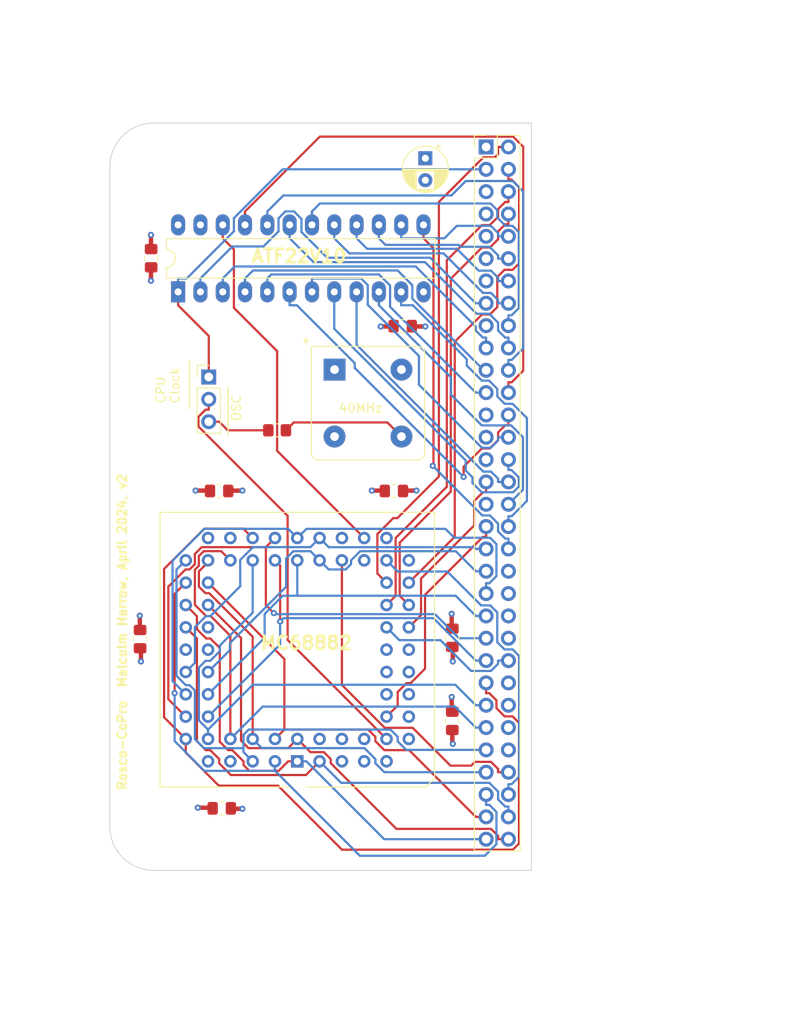
<source format=kicad_pcb>
(kicad_pcb (version 20240108) (generator "pcbnew") (generator_version "8.0")
  (layers (0 "F.Cu" signal) (1 "In1.Cu" power) (2 "In2.Cu" power) (31 "B.Cu" signal) (34 "B.Paste" user) (35 "F.Paste" user) (36 "B.SilkS" user "B.Silkscreen") (37 "F.SilkS" user "F.Silkscreen") (38 "B.Mask" user) (39 "F.Mask" user) (44 "Edge.Cuts" user))
  (net 0 "")
  (net 1 "+5V")
  (net 2 "GND")
  (net 3 "EXPSEL")
  (net 4 "A20")
  (net 5 "A21")
  (net 6 "A22")
  (net 7 "A23")
  (net 8 "A19")
  (net 9 "A17")
  (net 10 "A15")
  (net 11 "A13")
  (net 12 "A8")
  (net 13 "A7")
  (net 14 "A6")
  (net 15 "A5")
  (net 16 "A4")
  (net 17 "A3")
  (net 18 "A2")
  (net 19 "A1")
  (net 20 "D0")
  (net 21 "D1")
  (net 22 "D5")
  (net 23 "D6")
  (net 24 "D7")
  (net 25 "A11")
  (net 26 "A12")
  (net 27 "A10")
  (net 28 "A9")
  (net 29 "A14")
  (net 30 "A18")
  (net 31 "A16")
  (net 32 "D8")
  (net 33 "D9")
  (net 34 "D10")
  (net 35 "D11")
  (net 36 "D12")
  (net 37 "D13")
  (net 38 "D14")
  (net 39 "D15")
  (net 40 "RW")
  (net 41 "Net-(IC1-CLK)")
  (net 42 "DS")
  (net 43 "CS")
  (net 45 "CPUCLK")
  (net 46 "Net-(J1-Pin_3)")
  (net 47 "Net-(X1-OUT)")
  (net 49 "BERR")
  (net 50 "IPL0")
  (net 51 "UDS")
  (net 52 "BR")
  (net 53 "BGACK")
  (net 54 "AS")
  (net 55 "LDS")
  (net 56 "CPUFC2")
  (net 57 "IPL2")
  (net 58 "VPA")
  (net 59 "VMA")
  (net 60 "CPUFC0")
  (net 61 "CPUFC1")
  (net 62 "RESET")
  (net 63 "MFPIEO")
  (net 64 "IOSEL")
  (net 65 "DTACK")
  (net 66 "IPL1")
  (net 67 "BG")
  (net 68 "E")
  (net 69 "D3")
  (net 70 "D4")
  (net 71 "D2")
  (footprint "Capacitor_SMD:C_0805_2012Metric_Pad1.18x1.45mm_HandSolder" (layer "F.Cu") (at 51.45 98.85)
    (property "Reference" "C3" (hide yes))
    (property "Value" "100nF")
  )
  (footprint "Connector_PinHeader_2.54mm:PinHeader_1x03_P2.54mm_Vertical" (layer "F.Cu") (at 50.27 85.8833)
    (property "Reference" "J1" (hide yes))
    (property "Value" "Conn_01x03")
  )
  (footprint "Resistor_SMD:R_0805_2012Metric_Pad1.20x1.40mm_HandSolder" (layer "F.Cu") (at 58.055 91.948 180)
    (property "Reference" "R1" (hide yes))
    (property "Value" "33")
  )
  (footprint "Capacitor_SMD:C_0805_2012Metric_Pad1.18x1.45mm_HandSolder" (layer "F.Cu") (at 51.75 134.95)
    (property "Reference" "C5" (hide yes))
    (property "Value" "100nF")
  )
  (footprint "Capacitor_SMD:C_0805_2012Metric_Pad1.18x1.45mm_HandSolder" (layer "F.Cu") (at 71.35 98.85)
    (property "Reference" "C2" (hide yes))
    (property "Value" "100nF")
  )
  (footprint "Capacitor_SMD:C_0805_2012Metric_Pad1.18x1.45mm_HandSolder" (layer "F.Cu") (at 42.45 115.7 90)
    (property "Reference" "C6" (hide yes))
    (property "Value" "100nF")
  )
  (footprint "Package_DIP:DIP-24_W7.62mm_LongPads" (layer "F.Cu") (at 46.78 76.2 90)
    (property "Reference" "IC2" (hide yes))
    (property "Value" "ATF22V10")
  )
  (footprint "Capacitor_SMD:C_0805_2012Metric_Pad1.18x1.45mm_HandSolder" (layer "F.Cu") (at 78 115.5485 90)
    (property "Reference" "C7" (hide yes))
    (property "Value" "100nF")
  )
  (footprint "Package_LCC:PLCC-68_THT-Socket" (layer "F.Cu") (at 60.35 129.6 180)
    (property "Reference" "IC1" (hide yes))
    (property "Value" "MC68882FN40A")
  )
  (footprint "Capacitor_THT:CP_Radial_D5.0mm_P2.50mm" (layer "F.Cu") (at 74.93 61 -90)
    (property "Reference" "C9" (hide yes))
    (property "Value" "100uF")
  )
  (footprint "Capacitor_SMD:C_0805_2012Metric_Pad1.18x1.45mm_HandSolder" (layer "F.Cu") (at 78 125 90)
    (property "Reference" "C4" (hide yes))
    (property "Value" "100nF")
  )
  (footprint "Capacitor_SMD:C_0805_2012Metric_Pad1.18x1.45mm_HandSolder" (layer "F.Cu") (at 72.35 80.1 180)
    (property "Reference" "C1" (hide yes))
    (property "Value" "100nF")
  )
  (footprint "Connector_PinHeader_2.54mm:PinHeader_2x32_P2.54mm_Vertical" (layer "F.Cu") (at 81.85 59.72)
    (property "Reference" "BUS1" (hide yes))
    (property "Value" "Conn_02x32_Odd_Even")
  )
  (footprint "Capacitor_SMD:C_0805_2012Metric_Pad1.18x1.45mm_HandSolder" (layer "F.Cu") (at 43.71 72.37 -90)
    (property "Reference" "C10" (hide yes))
    (property "Value" "100nF")
  )
  (footprint "Oscillator:Oscillator_DIP-8_LargePads" (layer "F.Cu") (at 64.59 85.04 -90)
    (property "Reference" "X1" (hide yes))
    (property "Value" "CXO_DIP8_40M")
  )
  (gr_line (start 52.47 87.0833) (end 52.47 92.4833) (stroke (width 0.15)) (layer "F.SilkS"))
  (gr_line (start 48.07 84.0833) (end 48.07 89.4833) (stroke (width 0.15)) (layer "F.SilkS"))
  (gr_line (start 39 137) (end 39 62) (stroke (width 0.1)) (layer "Edge.Cuts"))
  (gr_arc (start 44 142) (mid 40.464466 140.535534) (end 39 137) (stroke (width 0.1)) (layer "Edge.Cuts"))
  (gr_arc (start 39 62) (mid 40.464466 58.464466) (end 44 57) (stroke (width 0.1)) (layer "Edge.Cuts"))
  (gr_line (start 44 57) (end 87 57) (stroke (width 0.1)) (layer "Edge.Cuts"))
  (gr_line (start 44 142) (end 87 142) (stroke (width 0.1)) (layer "Edge.Cuts"))
  (gr_line (start 87 142) (end 87 57) (stroke (width 0.1)) (layer "Edge.Cuts"))
  (gr_text "Rosco-CoPro  Malcolm Harrow, April 2024, v2" (at 41 133 90) (layer "F.SilkS") (effects (font (size 1 1) (thickness 0.25) (bold yes)) (justify left bottom)))
  (gr_text "CPU\nClock" (at 47 89 90) (layer "F.SilkS") (effects (font (size 1 1)) (justify left bottom)))
  (gr_text "MC68882" (at 56 117 0) (layer "F.SilkS") (effects (font (size 1.5 1.5) (thickness 0.3) (bold yes)) (justify left bottom)))
  (gr_text "40MHz" (at 65 90 0) (layer "F.SilkS") (effects (font (size 1 1)) (justify left bottom)))
  (gr_text "OSC" (at 54 91 90) (layer "F.SilkS") (effects (font (size 1 1)) (justify left bottom)))
  (gr_text "ATF22V10" (at 55 73 0) (layer "F.SilkS") (effects (font (size 1.5 1.5) (thickness 0.3) (bold yes)) (justify left bottom)))
  (gr_text "*" (at 60.833 82.677 0) (layer "F.SilkS") (effects (font (size 1 1)) (justify left bottom)))
  (segment (start 78.055 118.237) (end 78.055 116.641) (width 0.5) (layer "F.Cu") (net 1))
  (segment (start 42.545 118.237) (end 42.545 116.832) (width 0.5) (layer "F.Cu") (net 1))
  (segment (start 78.055 116.641) (end 78 116.586) (width 0.5) (layer "F.Cu") (net 1))
  (segment (start 78 126.038) (end 78 126.0375) (width 0.5) (layer "F.Cu") (net 1))
  (segment (start 42.4975 116.785) (end 42.45 116.7375) (width 0.5) (layer "F.Cu") (net 1))
  (segment (start 78 126.038) (end 78 127.558) (width 0.5) (layer "F.Cu") (net 1))
  (segment (start 43.688 69.723) (end 43.688 71.3105) (width 0.5) (layer "F.Cu") (net 1))
  (segment (start 49.022 134.874) (end 50.6365 134.874) (width 0.5) (layer "F.Cu") (net 1))
  (segment (start 42.545 116.832) (end 42.4975 116.785) (width 0.5) (layer "F.Cu") (net 1))
  (segment (start 73.4245 80.137) (end 73.3875 80.1) (width 0.5) (layer "F.Cu") (net 1))
  (segment (start 42.4975 116.785) (end 42.45 116.738) (width 0.5) (layer "F.Cu") (net 1))
  (segment (start 43.688 71.3105) (end 43.71 71.3325) (width 0.5) (layer "F.Cu") (net 1))
  (segment (start 68.834 98.806) (end 70.2685 98.806) (width 0.5) (layer "F.Cu") (net 1))
  (segment (start 74.93 80.137) (end 73.4245 80.137) (width 0.5) (layer "F.Cu") (net 1))
  (segment (start 50.3685 98.806) (end 50.4125 98.85) (width 0.5) (layer "F.Cu") (net 1))
  (segment (start 78 127.558) (end 78.055 127.613) (width 0.5) (layer "F.Cu") (net 1))
  (segment (start 70.2685 98.806) (end 70.3125 98.85) (width 0.5) (layer "F.Cu") (net 1))
  (segment (start 48.768 98.806) (end 50.3685 98.806) (width 0.5) (layer "F.Cu") (net 1))
  (segment (start 50.6365 134.874) (end 50.7125 134.95) (width 0.5) (layer "F.Cu") (net 1))
  (via (at 48.768 98.806) (size 0.7) (drill 0.3) (layers "F.Cu" "B.Cu") (net 1))
  (via (at 42.545 118.237) (size 0.7) (drill 0.3) (layers "F.Cu" "B.Cu") (net 1))
  (via (at 74.93 80.137) (size 0.7) (drill 0.3) (layers "F.Cu" "B.Cu") (net 1))
  (via (at 78.055 127.613) (size 0.7) (drill 0.3) (layers "F.Cu" "B.Cu") (net 1))
  (via (at 68.834 98.806) (size 0.7) (drill 0.3) (layers "F.Cu" "B.Cu") (net 1))
  (via (at 78.055 118.237) (size 0.7) (drill 0.3) (layers "F.Cu" "B.Cu") (net 1))
  (via (at 43.688 69.723) (size 0.7) (drill 0.3) (layers "F.Cu" "B.Cu") (net 1))
  (via (at 49.022 134.874) (size 0.7) (drill 0.3) (layers "F.Cu" "B.Cu") (net 1))
  (segment (start 69.85 80.137) (end 71.2755 80.137) (width 0.5) (layer "F.Cu") (net 2))
  (segment (start 42.45 114.662) (end 42.45 114.6625) (width 0.5) (layer "F.Cu") (net 2))
  (segment (start 52.8385 135.001) (end 52.7875 134.95) (width 0.5) (layer "F.Cu") (net 2))
  (segment (start 77.928 112.82) (end 77.928 114.439) (width 0.5) (layer "F.Cu") (net 2))
  (segment (start 71.2755 80.137) (end 71.3125 80.1) (width 0.5) (layer "F.Cu") (net 2))
  (segment (start 52.5315 98.806) (end 52.4875 98.85) (width 0.5) (layer "F.Cu") (net 2))
  (segment (start 77.928 123.89) (end 78 123.962) (width 0.5) (layer "F.Cu") (net 2))
  (segment (start 43.688 74.93) (end 43.688 73.4295) (width 0.5) (layer "F.Cu") (net 2))
  (segment (start 72.4315 98.806) (end 72.3875 98.85) (width 0.5) (layer "F.Cu") (net 2))
  (segment (start 78 123.962) (end 78 123.9625) (width 0.5) (layer "F.Cu") (net 2))
  (segment (start 42.418 114.63) (end 42.45 114.662) (width 0.5) (layer "F.Cu") (net 2))
  (segment (start 77.928 122.279) (end 77.928 123.89) (width 0.5) (layer "F.Cu") (net 2))
  (segment (start 43.688 73.4295) (end 43.71 73.4075) (width 0.5) (layer "F.Cu") (net 2))
  (segment (start 54.102 98.806) (end 52.5315 98.806) (width 0.5) (layer "F.Cu") (net 2))
  (segment (start 73.914 98.806) (end 72.4315 98.806) (width 0.5) (layer "F.Cu") (net 2))
  (segment (start 54.102 135.001) (end 52.8385 135.001) (width 0.5) (layer "F.Cu") (net 2))
  (segment (start 42.418 113.03) (end 42.418 114.63) (width 0.5) (layer "F.Cu") (net 2))
  (segment (start 78 122.207) (end 77.928 122.279) (width 0.5) (layer "F.Cu") (net 2))
  (segment (start 77.928 114.439) (end 78 114.511) (width 0.5) (layer "F.Cu") (net 2))
  (via (at 77.928 112.82) (size 0.7) (drill 0.3) (layers "F.Cu" "B.Cu") (net 2))
  (via (at 73.914 98.806) (size 0.7) (drill 0.3) (layers "F.Cu" "B.Cu") (net 2))
  (via (at 54.102 135.001) (size 0.7) (drill 0.3) (layers "F.Cu" "B.Cu") (net 2))
  (via (at 42.418 113.03) (size 0.7) (drill 0.3) (layers "F.Cu" "B.Cu") (net 2))
  (via (at 54.102 98.806) (size 0.7) (drill 0.3) (layers "F.Cu" "B.Cu") (net 2))
  (via (at 43.688 74.93) (size 0.7) (drill 0.3) (layers "F.Cu" "B.Cu") (net 2))
  (via (at 69.85 80.137) (size 0.7) (drill 0.3) (layers "F.Cu" "B.Cu") (net 2))
  (via (at 77.928 122.279) (size 0.7) (drill 0.3) (layers "F.Cu" "B.Cu") (net 2))
  (segment (start 75.8562 71.2429) (end 75.8562 95.9055) (width 0.25) (layer "F.Cu") (net 8))
  (segment (start 74.72 70.1067) (end 75.8562 71.2429) (width 0.25) (layer "F.Cu") (net 8))
  (segment (start 75.8562 95.9055) (end 75.7719 95.9898) (width 0.25) (layer "F.Cu") (net 8))
  (segment (start 74.72 68.58) (end 74.72 70.1067) (width 0.25) (layer "F.Cu") (net 8))
  (via (at 75.7719 95.9898) (size 0.7) (drill 0.3) (layers "F.Cu" "B.Cu") (net 8))
  (segment (start 83.2133 103.4544) (end 83.2133 102.5625) (width 0.25) (layer "B.Cu") (net 8))
  (segment (start 83.2133 102.5625) (end 82.2808 101.63) (width 0.25) (layer "B.Cu") (net 8))
  (segment (start 82.2808 101.63) (end 81.4121 101.63) (width 0.25) (layer "B.Cu") (net 8))
  (segment (start 84.39 104.2633) (end 84.0222 104.2633) (width 0.25) (layer "B.Cu") (net 8))
  (segment (start 81.4121 101.63) (end 75.7719 95.9898) (width 0.25) (layer "B.Cu") (net 8))
  (segment (start 84.0222 104.2633) (end 83.2133 103.4544) (width 0.25) (layer "B.Cu") (net 8))
  (segment (start 84.39 105.44) (end 84.39 104.2633) (width 0.25) (layer "B.Cu") (net 8))
  (segment (start 86.0427 92.7285) (end 84.7048 91.3906) (width 0.25) (layer "B.Cu") (net 9))
  (segment (start 69.64 76.2) (end 69.64 77.7267) (width 0.25) (layer "B.Cu") (net 9))
  (segment (start 81.3485 91.3906) (end 77.8521 87.8942) (width 0.25) (layer "B.Cu") (net 9))
  (segment (start 84.39 100.36) (end 86.0427 98.7073) (width 0.25) (layer "B.Cu") (net 9))
  (segment (start 86.0427 98.7073) (end 86.0427 92.7285) (width 0.25) (layer "B.Cu") (net 9))
  (segment (start 77.8521 87.8942) (end 77.8521 85.9388) (width 0.25) (layer "B.Cu") (net 9))
  (segment (start 84.7048 91.3906) (end 81.3485 91.3906) (width 0.25) (layer "B.Cu") (net 9))
  (segment (start 77.8521 85.9388) (end 69.64 77.7267) (width 0.25) (layer "B.Cu") (net 9))
  (segment (start 79.5251 96.5289) (end 79.525 96.5289) (width 0.25) (layer "B.Cu") (net 10))
  (segment (start 79.525 96.5289) (end 79.525 95.3746) (width 0.25) (layer "B.Cu") (net 10))
  (segment (start 85.5783 98.348) (end 84.9291 98.9972) (width 0.25) (layer "B.Cu") (net 10))
  (segment (start 84.39 95.28) (end 84.39 96.4567) (width 0.25) (layer "B.Cu") (net 10))
  (segment (start 84.7279 96.4567) (end 85.5783 97.3071) (width 0.25) (layer "B.Cu") (net 10))
  (segment (start 84.9291 98.9972) (end 81.3583 98.9972) (width 0.25) (layer "B.Cu") (net 10))
  (segment (start 80.2943 97.9332) (end 80.2943 97.2981) (width 0.25) (layer "B.Cu") (net 10))
  (segment (start 84.39 96.4567) (end 84.7279 96.4567) (width 0.25) (layer "B.Cu") (net 10))
  (segment (start 64.56 76.2) (end 64.56 77.7267) (width 0.25) (layer "B.Cu") (net 10))
  (segment (start 64.56 80.4096) (end 64.56 77.7267) (width 0.25) (layer "B.Cu") (net 10))
  (segment (start 85.5783 97.3071) (end 85.5783 98.348) (width 0.25) (layer "B.Cu") (net 10))
  (segment (start 79.525 95.3746) (end 64.56 80.4096) (width 0.25) (layer "B.Cu") (net 10))
  (segment (start 81.3583 98.9972) (end 80.2943 97.9332) (width 0.25) (layer "B.Cu") (net 10))
  (segment (start 80.2943 97.2981) (end 79.5251 96.5289) (width 0.25) (layer "B.Cu") (net 10))
  (segment (start 79.2876 97.2483) (end 79.2875 97.2483) (width 0.25) (layer "F.Cu") (net 11))
  (segment (start 84.0222 91.3767) (end 83.2133 92.1856) (width 0.25) (layer "F.Cu") (net 11))
  (segment (start 81.3678 94.01) (end 79.2876 96.0902) (width 0.25) (layer "F.Cu") (net 11))
  (segment (start 83.2133 93.0556) (end 82.2589 94.01) (width 0.25) (layer "F.Cu") (net 11))
  (segment (start 79.2876 96.0902) (end 79.2876 97.2483) (width 0.25) (layer "F.Cu") (net 11))
  (segment (start 84.39 90.2) (end 84.39 91.3767) (width 0.25) (layer "F.Cu") (net 11))
  (segment (start 82.2589 94.01) (end 81.3678 94.01) (width 0.25) (layer "F.Cu") (net 11))
  (segment (start 84.39 91.3767) (end 84.0222 91.3767) (width 0.25) (layer "F.Cu") (net 11))
  (segment (start 83.2133 92.1856) (end 83.2133 93.0556) (width 0.25) (layer "F.Cu") (net 11))
  (via (at 79.2875 97.2483) (size 0.7) (drill 0.3) (layers "F.Cu" "B.Cu") (net 11))
  (segment (start 66.8866 84.8474) (end 66.8866 84.3046) (width 0.25) (layer "B.Cu") (net 11))
  (segment (start 79.2875 97.2483) (end 66.8866 84.8474) (width 0.25) (layer "B.Cu") (net 11))
  (segment (start 59.48 76.2) (end 59.48 77.7267) (width 0.25) (layer "B.Cu") (net 11))
  (segment (start 60.3087 77.7267) (end 59.48 77.7267) (width 0.25) (layer "B.Cu") (net 11))
  (segment (start 66.8866 84.3046) (end 60.3087 77.7267) (width 0.25) (layer "B.Cu") (net 11))
  (segment (start 82.4044 76.3233) (end 81.4994 76.3233) (width 0.25) (layer "B.Cu") (net 12))
  (segment (start 64.56 68.58) (end 64.56 70.1067) (width 0.25) (layer "B.Cu") (net 12))
  (segment (start 81.4994 76.3233) (end 76.9962 71.8201) (width 0.25) (layer "B.Cu") (net 12))
  (segment (start 83.2133 77.1322) (end 82.4044 76.3233) (width 0.25) (layer "B.Cu") (net 12))
  (segment (start 84.39 77.5) (end 83.2133 77.5) (width 0.25) (layer "B.Cu") (net 12))
  (segment (start 76.9962 71.8201) (end 66.2734 71.8201) (width 0.25) (layer "B.Cu") (net 12))
  (segment (start 83.2133 77.5) (end 83.2133 77.1322) (width 0.25) (layer "B.Cu") (net 12))
  (segment (start 66.2734 71.8201) (end 64.56 70.1067) (width 0.25) (layer "B.Cu") (net 12))
  (segment (start 83.2133 74.5922) (end 82.4044 73.7833) (width 0.25) (layer "B.Cu") (net 13))
  (segment (start 82.4044 73.7833) (end 80.9982 73.7833) (width 0.25) (layer "B.Cu") (net 13))
  (segment (start 84.39 74.96) (end 83.2133 74.96) (width 0.25) (layer "B.Cu") (net 13))
  (segment (start 80.9982 73.7833) (end 78.5171 71.3022) (width 0.25) (layer "B.Cu") (net 13))
  (segment (start 68.2955 71.3022) (end 67.1 70.1067) (width 0.25) (layer "B.Cu") (net 13))
  (segment (start 67.1 68.58) (end 67.1 70.1067) (width 0.25) (layer "B.Cu") (net 13))
  (segment (start 83.2133 74.96) (end 83.2133 74.5922) (width 0.25) (layer "B.Cu") (net 13))
  (segment (start 78.5171 71.3022) (end 68.2955 71.3022) (width 0.25) (layer "B.Cu") (net 13))
  (segment (start 78.7042 70.8505) (end 70.3838 70.8505) (width 0.25) (layer "B.Cu") (net 14))
  (segment (start 78.9213 71.0676) (end 78.7042 70.8505) (width 0.25) (layer "B.Cu") (net 14))
  (segment (start 69.64 68.58) (end 69.64 70.1067) (width 0.25) (layer "B.Cu") (net 14))
  (segment (start 83.2133 72.42) (end 83.2133 72.0523) (width 0.25) (layer "B.Cu") (net 14))
  (segment (start 83.2133 72.0523) (end 82.2286 71.0676) (width 0.25) (layer "B.Cu") (net 14))
  (segment (start 82.2286 71.0676) (end 78.9213 71.0676) (width 0.25) (layer "B.Cu") (net 14))
  (segment (start 84.39 72.42) (end 83.2133 72.42) (width 0.25) (layer "B.Cu") (net 14))
  (segment (start 70.3838 70.8505) (end 69.64 70.1067) (width 0.25) (layer "B.Cu") (net 14))
  (segment (start 82.3904 68.6894) (end 78.5194 68.6894) (width 0.25) (layer "B.Cu") (net 15))
  (segment (start 78.5194 68.6894) (end 77.1021 70.1067) (width 0.25) (layer "B.Cu") (net 15))
  (segment (start 72.18 68.58) (end 72.18 70.1067) (width 0.25) (layer "B.Cu") (net 15))
  (segment (start 83.2133 69.88) (end 83.2133 69.5123) (width 0.25) (layer "B.Cu") (net 15))
  (segment (start 83.2133 69.5123) (end 82.3904 68.6894) (width 0.25) (layer "B.Cu") (net 15))
  (segment (start 84.39 69.88) (end 83.2133 69.88) (width 0.25) (layer "B.Cu") (net 15))
  (segment (start 77.1021 70.1067) (end 72.18 70.1067) (width 0.25) (layer "B.Cu") (net 15))
  (segment (start 82.2808 71.15) (end 83.2133 70.2175) (width 0.25) (layer "F.Cu") (net 16))
  (segment (start 77.826 98.9105) (end 77.826 74.7013) (width 0.25) (layer "F.Cu") (net 16))
  (segment (start 72.0082 104.7283) (end 77.826 98.9105) (width 0.25) (layer "F.Cu") (net 16))
  (segment (start 83.2133 69.3256) (end 84.0222 68.5167) (width 0.25) (layer "F.Cu") (net 16))
  (segment (start 77.826 74.7013) (end 81.3773 71.15) (width 0.25) (layer "F.Cu") (net 16))
  (segment (start 73.05 111.82) (end 72.0082 110.7782) (width 0.25) (layer "F.Cu") (net 16))
  (segment (start 83.2133 70.2175) (end 83.2133 69.3256) (width 0.25) (layer "F.Cu") (net 16))
  (segment (start 84.39 67.34) (end 84.39 68.5167) (width 0.25) (layer "F.Cu") (net 16))
  (segment (start 72.0082 110.7782) (end 72.0082 104.7283) (width 0.25) (layer "F.Cu") (net 16))
  (segment (start 84.0222 68.5167) (end 84.39 68.5167) (width 0.25) (layer "F.Cu") (net 16))
  (segment (start 81.3773 71.15) (end 82.2808 71.15) (width 0.25) (layer "F.Cu") (net 16))
  (segment (start 77.3743 72.606) (end 81.3703 68.61) (width 0.25) (layer "F.Cu") (net 17))
  (segment (start 81.3703 68.61) (end 82.2644 68.61) (width 0.25) (layer "F.Cu") (net 17))
  (segment (start 71.5479 110.7821) (end 71.5479 104.2043) (width 0.25) (layer "F.Cu") (net 17))
  (segment (start 70.51 111.82) (end 71.5479 110.7821) (width 0.25) (layer "F.Cu") (net 17))
  (segment (start 84.0222 65.9767) (end 84.39 65.9767) (width 0.25) (layer "F.Cu") (net 17))
  (segment (start 71.5479 104.2043) (end 77.3743 98.3779) (width 0.25) (layer "F.Cu") (net 17))
  (segment (start 82.2644 68.61) (end 83.2133 67.6611) (width 0.25) (layer "F.Cu") (net 17))
  (segment (start 83.2133 67.6611) (end 83.2133 66.7856) (width 0.25) (layer "F.Cu") (net 17))
  (segment (start 84.39 64.8) (end 84.39 65.9767) (width 0.25) (layer "F.Cu") (net 17))
  (segment (start 77.3743 98.3779) (end 77.3743 72.606) (width 0.25) (layer "F.Cu") (net 17))
  (segment (start 83.2133 66.7856) (end 84.0222 65.9767) (width 0.25) (layer "F.Cu") (net 17))
  (segment (start 83.12 74.5069) (end 83.9369 73.69) (width 0.25) (layer "F.Cu") (net 18))
  (segment (start 81.3774 78.77) (end 82.2808 78.77) (width 0.25) (layer "F.Cu") (net 18))
  (segment (start 82.2808 78.77) (end 83.12 77.9308) (width 0.25) (layer "F.Cu") (net 18))
  (segment (start 85.6045 64.2835) (end 84.7577 63.4367) (width 0.25) (layer "F.Cu") (net 18))
  (segment (start 85.6045 72.9507) (end 85.6045 64.2835) (width 0.25) (layer "F.Cu") (net 18))
  (segment (start 78.2777 81.8697) (end 81.3774 78.77) (width 0.25) (layer "F.Cu") (net 18))
  (segment (start 83.12 77.9308) (end 83.12 74.5069) (width 0.25) (layer "F.Cu") (net 18))
  (segment (start 84.7577 63.4367) (end 84.39 63.4367) (width 0.25) (layer "F.Cu") (net 18))
  (segment (start 83.9369 73.69) (end 84.8652 73.69) (width 0.25) (layer "F.Cu") (net 18))
  (segment (start 78.2777 104.0523) (end 78.2777 81.8697) (width 0.25) (layer "F.Cu") (net 18))
  (segment (start 73.05 109.28) (end 78.2777 104.0523) (width 0.25) (layer "F.Cu") (net 18))
  (segment (start 84.39 62.26) (end 84.39 63.4367) (width 0.25) (layer "F.Cu") (net 18))
  (segment (start 84.8652 73.69) (end 85.6045 72.9507) (width 0.25) (layer "F.Cu") (net 18))
  (segment (start 71.7404 101.9381) (end 76.4706 97.2079) (width 0.25) (layer "F.Cu") (net 19))
  (segment (start 82.8456 60.8967) (end 83.2133 60.529) (width 0.25) (layer "F.Cu") (net 19))
  (segment (start 69.4682 103.7446) (end 71.2747 101.9381) (width 0.25) (layer "F.Cu") (net 19))
  (segment (start 84.39 59.72) (end 83.2133 59.72) (width 0.25) (layer "F.Cu") (net 19))
  (segment (start 71.2747 101.9381) (end 71.7404 101.9381) (width 0.25) (layer "F.Cu") (net 19))
  (segment (start 69.4682 108.2382) (end 69.4682 103.7446) (width 0.25) (layer "F.Cu") (net 19))
  (segment (start 70.51 109.28) (end 69.4682 108.2382) (width 0.25) (layer "F.Cu") (net 19))
  (segment (start 76.4706 65.9725) (end 81.5464 60.8967) (width 0.25) (layer "F.Cu") (net 19))
  (segment (start 76.4706 97.2079) (end 76.4706 65.9725) (width 0.25) (layer "F.Cu") (net 19))
  (segment (start 81.5464 60.8967) (end 82.8456 60.8967) (width 0.25) (layer "F.Cu") (net 19))
  (segment (start 83.2133 60.529) (end 83.2133 59.72) (width 0.25) (layer "F.Cu") (net 19))
  (segment (start 47.65 114.36) (end 48.92 115.63) (width 0.25) (layer "F.Cu") (net 20))
  (segment (start 48.92 127.3103) (end 49.9397 128.33) (width 0.25) (layer "F.Cu") (net 20))
  (segment (start 61.3297 131.1603) (end 62.89 129.6) (width 0.25) (layer "F.Cu") (net 20))
  (segment (start 50.4404 128.33) (end 51.46 129.3496) (width 0.25) (layer "F.Cu") (net 20))
  (segment (start 52.7881 131.1603) (end 61.3297 131.1603) (width 0.25) (layer "F.Cu") (net 20))
  (segment (start 48.92 115.63) (end 48.92 127.3103) (width 0.25) (layer "F.Cu") (net 20))
  (segment (start 51.46 129.3496) (end 51.46 129.8322) (width 0.25) (layer "F.Cu") (net 20))
  (segment (start 51.46 129.8322) (end 52.7881 131.1603) (width 0.25) (layer "F.Cu") (net 20))
  (segment (start 49.9397 128.33) (end 50.4404 128.33) (width 0.25) (layer "F.Cu") (net 20))
  (segment (start 83.2133 133.0425) (end 82.2186 132.0478) (width 0.25) (layer "B.Cu") (net 20))
  (segment (start 82.2186 132.0478) (end 65.3378 132.0478) (width 0.25) (layer "B.Cu") (net 20))
  (segment (start 83.2133 133.9344) (end 83.2133 133.0425) (width 0.25) (layer "B.Cu") (net 20))
  (segment (start 65.3378 132.0478) (end 62.89 129.6) (width 0.25) (layer "B.Cu") (net 20))
  (segment (start 84.39 134.7433) (end 84.0222 134.7433) (width 0.25) (layer "B.Cu") (net 20))
  (segment (start 84.39 135.92) (end 84.39 134.7433) (width 0.25) (layer "B.Cu") (net 20))
  (segment (start 84.0222 134.7433) (end 83.2133 133.9344) (width 0.25) (layer "B.Cu") (net 20))
  (segment (start 53.944 127.2544) (end 53.944 115.574) (width 0.25) (layer "F.Cu") (net 21))
  (segment (start 83.2133 138.46) (end 83.2133 138.0922) (width 0.25) (layer "F.Cu") (net 21))
  (segment (start 60.35 127.06) (end 59.308 128.102) (width 0.25) (layer "F.Cu") (net 21))
  (segment (start 84.39 138.46) (end 83.2133 138.46) (width 0.25) (layer "F.Cu") (net 21))
  (segment (start 64.16 129.809) (end 64.16 129.342) (width 0.25) (layer "F.Cu") (net 21))
  (segment (start 64.16 129.342) (end 63.3801 128.5621) (width 0.25) (layer "F.Cu") (net 21))
  (segment (start 54.7916 128.102) (end 53.944 127.2544) (width 0.25) (layer "F.Cu") (net 21))
  (segment (start 63.3801 128.5621) (end 61.8521 128.5621) (width 0.25) (layer "F.Cu") (net 21))
  (segment (start 61.8521 128.5621) (end 60.35 127.06) (width 0.25) (layer "F.Cu") (net 21))
  (segment (start 59.308 128.102) (end 54.7916 128.102) (width 0.25) (layer "F.Cu") (net 21))
  (segment (start 82.4044 137.2833) (end 71.6343 137.2833) (width 0.25) (layer "F.Cu") (net 21))
  (segment (start 71.6343 137.2833) (end 64.16 129.809) (width 0.25) (layer "F.Cu") (net 21))
  (segment (start 53.944 115.574) (end 50.19 111.82) (width 0.25) (layer "F.Cu") (net 21))
  (segment (start 83.2133 138.0922) (end 82.4044 137.2833) (width 0.25) (layer "F.Cu") (net 21))
  (segment (start 49.1482 109.7365) (end 49.1482 107.9873) (width 0.25) (layer "F.Cu") (net 22))
  (segment (start 55.27 115.4275) (end 50.3223 110.4798) (width 0.25) (layer "F.Cu") (net 22))
  (segment (start 49.8915 110.4798) (end 49.1482 109.7365) (width 0.25) (layer "F.Cu") (net 22))
  (segment (start 49.1482 107.9873) (end 50.19 106.9455) (width 0.25) (layer "F.Cu") (net 22))
  (segment (start 50.3223 110.4798) (end 49.8915 110.4798) (width 0.25) (layer "F.Cu") (net 22))
  (segment (start 55.27 127.06) (end 55.27 115.4275) (width 0.25) (layer "F.Cu") (net 22))
  (segment (start 50.19 106.9455) (end 50.19 106.74) (width 0.25) (layer "F.Cu") (net 22))
  (segment (start 81.85 130.84) (end 70.2646 130.84) (width 0.25) (layer "B.Cu") (net 22))
  (segment (start 69.24 129.8154) (end 69.24 129.346) (width 0.25) (layer "B.Cu") (net 22))
  (segment (start 69.24 129.346) (end 67.9935 128.0995) (width 0.25) (layer "B.Cu") (net 22))
  (segment (start 56.3095 128.0995) (end 55.27 127.06) (width 0.25) (layer "B.Cu") (net 22))
  (segment (start 67.9935 128.0995) (end 56.3095 128.0995) (width 0.25) (layer "B.Cu") (net 22))
  (segment (start 70.2646 130.84) (end 69.24 129.8154) (width 0.25) (layer "B.Cu") (net 22))
  (segment (start 54.2197 128.5497) (end 55.27 129.6) (width 0.25) (layer "B.Cu") (net 23))
  (segment (start 49.7273 128.1059) (end 48.6905 127.0691) (width 0.25) (layer "B.Cu") (net 23))
  (segment (start 54.2197 128.1059) (end 49.7273 128.1059) (width 0.25) (layer "B.Cu") (net 23))
  (segment (start 46.598 119.8771) (end 46.598 107.792) (width 0.25) (layer "B.Cu") (net 23))
  (segment (start 54.8161 125.9883) (end 54.2197 126.5847) (width 0.25) (layer "B.Cu") (net 23))
  (segment (start 47.6623 120.9414) (end 46.598 119.8771) (width 0.25) (layer "B.Cu") (net 23))
  (segment (start 72.7463 128.3) (end 71.78 127.3337) (width 0.25) (layer "B.Cu") (net 23))
  (segment (start 81.85 128.3) (end 72.7463 128.3) (width 0.25) (layer "B.Cu") (net 23))
  (segment (start 54.2197 128.1059) (end 54.2197 128.5497) (width 0.25) (layer "B.Cu") (net 23))
  (segment (start 71.78 127.3337) (end 71.78 126.8096) (width 0.25) (layer "B.Cu") (net 23))
  (segment (start 48.093 120.9414) (end 47.6623 120.9414) (width 0.25) (layer "B.Cu") (net 23))
  (segment (start 46.598 107.792) (end 47.65 106.74) (width 0.25) (layer "B.Cu") (net 23))
  (segment (start 70.9587 125.9883) (end 54.8161 125.9883) (width 0.25) (layer "B.Cu") (net 23))
  (segment (start 71.78 126.8096) (end 70.9587 125.9883) (width 0.25) (layer "B.Cu") (net 23))
  (segment (start 48.6905 121.5389) (end 48.093 120.9414) (width 0.25) (layer "B.Cu") (net 23))
  (segment (start 54.2197 126.5847) (end 54.2197 128.1059) (width 0.25) (layer "B.Cu") (net 23))
  (segment (start 48.6905 127.0691) (end 48.6905 121.5389) (width 0.25) (layer "B.Cu") (net 23))
  (segment (start 51.6859 105.6959) (end 52.73 106.74) (width 0.25) (layer "F.Cu") (net 24))
  (segment (start 50.4951 113.09) (end 49.9845 113.09) (width 0.25) (layer "F.Cu") (net 24))
  (segment (start 49.1396 106.2598) (end 49.7035 105.6959) (width 0.25) (layer "F.Cu") (net 24))
  (segment (start 52.73 115.3249) (end 50.4951 113.09) (width 0.25) (layer "F.Cu") (net 24))
  (segment (start 49.9845 113.09) (end 48.6879 111.7934) (width 0.25) (layer "F.Cu") (net 24))
  (segment (start 48.6879 107.8088) (end 49.1396 107.3571) (width 0.25) (layer "F.Cu") (net 24))
  (segment (start 52.73 127.06) (end 52.73 115.3249) (width 0.25) (layer "F.Cu") (net 24))
  (segment (start 49.7035 105.6959) (end 51.6859 105.6959) (width 0.25) (layer "F.Cu") (net 24))
  (segment (start 49.1396 107.3571) (end 49.1396 106.2598) (width 0.25) (layer "F.Cu") (net 24))
  (segment (start 48.6879 111.7934) (end 48.6879 107.8088) (width 0.25) (layer "F.Cu") (net 24))
  (segment (start 81.85 125.76) (end 80.6733 125.76) (width 0.25) (layer "B.Cu") (net 24))
  (segment (start 80.6733 125.76) (end 78.2903 123.377) (width 0.25) (layer "B.Cu") (net 24))
  (segment (start 56.413 123.377) (end 52.73 127.06) (width 0.25) (layer "B.Cu") (net 24))
  (segment (start 78.2903 123.377) (end 56.413 123.377) (width 0.25) (layer "B.Cu") (net 24))
  (segment (start 84.39 85.12) (end 84.39 83.9433) (width 0.25) (layer "B.Cu") (net 25))
  (segment (start 84.39 83.9433) (end 84.7577 83.9433) (width 0.25) (layer "B.Cu") (net 25))
  (segment (start 79.5405 63.5902) (end 77.8965 65.2342) (width 0.25) (layer "B.Cu") (net 25))
  (segment (start 84.7577 83.9433) (end 86.0582 82.6428) (width 0.25) (layer "B.Cu") (net 25))
  (segment (start 84.8773 63.5902) (end 79.5405 63.5902) (width 0.25) (layer "B.Cu") (net 25))
  (segment (start 86.0582 64.7711) (end 84.8773 63.5902) (width 0.25) (layer "B.Cu") (net 25))
  (segment (start 58.7591 65.2342) (end 56.94 67.0533) (width 0.25) (layer "B.Cu") (net 25))
  (segment (start 56.94 68.58) (end 56.94 67.0533) (width 0.25) (layer "B.Cu") (net 25))
  (segment (start 77.8965 65.2342) (end 58.7591 65.2342) (width 0.25) (layer "B.Cu") (net 25))
  (segment (start 86.0582 82.6428) (end 86.0582 64.7711) (width 0.25) (layer "B.Cu") (net 25))
  (segment (start 86.0746 85.1664) (end 84.7577 86.4833) (width 0.25) (layer "F.Cu") (net 26))
  (segment (start 62.9104 58.5429) (end 84.9266 58.5429) (width 0.25) (layer "F.Cu") (net 26))
  (segment (start 84.7577 86.4833) (end 84.39 86.4833) (width 0.25) (layer "F.Cu") (net 26))
  (segment (start 54.4 68.58) (end 54.4 67.0533) (width 0.25) (layer "F.Cu") (net 26))
  (segment (start 86.0746 59.6909) (end 86.0746 85.1664) (width 0.25) (layer "F.Cu") (net 26))
  (segment (start 84.9266 58.5429) (end 86.0746 59.6909) (width 0.25) (layer "F.Cu") (net 26))
  (segment (start 54.4 67.0533) (end 62.9104 58.5429) (width 0.25) (layer "F.Cu") (net 26))
  (segment (start 84.39 87.66) (end 84.39 86.4833) (width 0.25) (layer "F.Cu") (net 26))
  (segment (start 84.0222 81.4033) (end 83.2133 80.5944) (width 0.25) (layer "B.Cu") (net 27))
  (segment (start 80.7574 78.6858) (end 74.8878 72.8162) (width 0.25) (layer "B.Cu") (net 27))
  (segment (start 83.2133 79.7025) (end 82.1966 78.6858) (width 0.25) (layer "B.Cu") (net 27))
  (segment (start 84.39 81.4033) (end 84.0222 81.4033) (width 0.25) (layer "B.Cu") (net 27))
  (segment (start 59.48 68.58) (end 59.48 70.1067) (width 0.25) (layer "B.Cu") (net 27))
  (segment (start 83.2133 80.5944) (end 83.2133 79.7025) (width 0.25) (layer "B.Cu") (net 27))
  (segment (start 84.39 82.58) (end 84.39 81.4033) (width 0.25) (layer "B.Cu") (net 27))
  (segment (start 74.8878 72.8162) (end 62.1895 72.8162) (width 0.25) (layer "B.Cu") (net 27))
  (segment (start 62.1895 72.8162) (end 59.48 70.1067) (width 0.25) (layer "B.Cu") (net 27))
  (segment (start 82.1966 78.6858) (end 80.7574 78.6858) (width 0.25) (layer "B.Cu") (net 27))
  (segment (start 62.02 68.58) (end 62.02 67.0533) (width 0.25) (layer "B.Cu") (net 28))
  (segment (start 83.12 67.7489) (end 83.12 66.9092) (width 0.25) (layer "B.Cu") (net 28))
  (segment (start 84.39 78.8633) (end 84.7578 78.8633) (width 0.25) (layer "B.Cu") (net 28))
  (segment (start 84.39 80.04) (end 84.39 78.8633) (width 0.25) (layer "B.Cu") (net 28))
  (segment (start 85.5667 69.3924) (end 84.8639 68.6896) (width 0.25) (layer "B.Cu") (net 28))
  (segment (start 82.3557 66.1449) (end 62.9284 66.1449) (width 0.25) (layer "B.Cu") (net 28))
  (segment (start 83.12 66.9092) (end 82.3557 66.1449) (width 0.25) (layer "B.Cu") (net 28))
  (segment (start 84.0607 68.6896) (end 83.12 67.7489) (width 0.25) (layer "B.Cu") (net 28))
  (segment (start 84.7578 78.8633) (end 85.5667 78.0544) (width 0.25) (layer "B.Cu") (net 28))
  (segment (start 62.9284 66.1449) (end 62.02 67.0533) (width 0.25) (layer "B.Cu") (net 28))
  (segment (start 84.8639 68.6896) (end 84.0607 68.6896) (width 0.25) (layer "B.Cu") (net 28))
  (segment (start 85.5667 78.0544) (end 85.5667 69.3924) (width 0.25) (layer "B.Cu") (net 28))
  (segment (start 62.02 74.6733) (end 67.6202 74.6733) (width 0.25) (layer "B.Cu") (net 29))
  (segment (start 62.02 76.2) (end 62.02 74.6733) (width 0.25) (layer "B.Cu") (net 29))
  (segment (start 81.369 93.9327) (end 82.3883 93.9327) (width 0.25) (layer "B.Cu") (net 29))
  (segment (start 82.3883 93.9327) (end 83.2133 93.1077) (width 0.25) (layer "B.Cu") (net 29))
  (segment (start 68.37 77.6678) (end 74.197 83.4948) (width 0.25) (layer "B.Cu") (net 29))
  (segment (start 83.2133 93.1077) (end 83.2133 92.74) (width 0.25) (layer "B.Cu") (net 29))
  (segment (start 84.39 92.74) (end 83.2133 92.74) (width 0.25) (layer "B.Cu") (net 29))
  (segment (start 74.197 86.7607) (end 81.369 93.9327) (width 0.25) (layer "B.Cu") (net 29))
  (segment (start 68.37 75.4231) (end 68.37 77.6678) (width 0.25) (layer "B.Cu") (net 29))
  (segment (start 74.197 83.4948) (end 74.197 86.7607) (width 0.25) (layer "B.Cu") (net 29))
  (segment (start 67.6202 74.6733) (end 68.37 75.4231) (width 0.25) (layer "B.Cu") (net 29))
  (segment (start 86.4944 90.5592) (end 84.8652 88.93) (width 0.25) (layer "B.Cu") (net 30))
  (segment (start 86.4944 99.9847) (end 86.4944 90.5592) (width 0.25) (layer "B.Cu") (net 30))
  (segment (start 84.39 101.7233) (end 84.7558 101.7233) (width 0.25) (layer "B.Cu") (net 30))
  (segment (start 73.5115 77.7267) (end 72.18 77.7267) (width 0.25) (layer "B.Cu") (net 30))
  (segment (start 84.7558 101.7233) (end 86.4944 99.9847) (width 0.25) (layer "B.Cu") (net 30))
  (segment (start 79.6463 83.8615) (end 73.5115 77.7267) (width 0.25) (layer "B.Cu") (net 30))
  (segment (start 72.18 76.2) (end 72.18 77.7267) (width 0.25) (layer "B.Cu") (net 30))
  (segment (start 81.3625 86.2967) (end 79.6463 84.5805) (width 0.25) (layer "B.Cu") (net 30))
  (segment (start 83.9592 88.93) (end 83.12 88.0908) (width 0.25) (layer "B.Cu") (net 30))
  (segment (start 79.6463 84.5805) (end 79.6463 83.8615) (width 0.25) (layer "B.Cu") (net 30))
  (segment (start 84.8652 88.93) (end 83.9592 88.93) (width 0.25) (layer "B.Cu") (net 30))
  (segment (start 83.12 88.0908) (end 83.12 87.2292) (width 0.25) (layer "B.Cu") (net 30))
  (segment (start 84.39 102.9) (end 84.39 101.7233) (width 0.25) (layer "B.Cu") (net 30))
  (segment (start 82.1875 86.2967) (end 81.3625 86.2967) (width 0.25) (layer "B.Cu") (net 30))
  (segment (start 83.12 87.2292) (end 82.1875 86.2967) (width 0.25) (layer "B.Cu") (net 30))
  (segment (start 81.5255 96.6433) (end 67.1 82.2178) (width 0.25) (layer "B.Cu") (net 31))
  (segment (start 84.39 97.82) (end 83.2133 97.82) (width 0.25) (layer "B.Cu") (net 31))
  (segment (start 83.2133 97.82) (end 83.2133 97.4522) (width 0.25) (layer "B.Cu") (net 31))
  (segment (start 67.1 76.2) (end 67.1 77.7267) (width 0.25) (layer "B.Cu") (net 31))
  (segment (start 82.4044 96.6433) (end 81.5255 96.6433) (width 0.25) (layer "B.Cu") (net 31))
  (segment (start 83.2133 97.4522) (end 82.4044 96.6433) (width 0.25) (layer "B.Cu") (net 31))
  (segment (start 67.1 82.2178) (end 67.1 77.7267) (width 0.25) (layer "B.Cu") (net 31))
  (segment (start 78.3428 120.8895) (end 55.2918 120.8895) (width 0.25) (layer "B.Cu") (net 32))
  (segment (start 49.9061 118.17) (end 49.1447 118.9314) (width 0.25) (layer "B.Cu") (net 32))
  (segment (start 51.5383 117.0616) (end 50.4299 118.17) (width 0.25) (layer "B.Cu") (net 32))
  (segment (start 81.85 123.22) (end 80.6733 123.22) (width 0.25) (layer "B.Cu") (net 32))
  (segment (start 50.19 127.06) (end 50.1907 127.0593) (width 0.25) (layer "B.Cu") (net 32))
  (segment (start 55.27 112.6911) (end 51.5383 116.4228) (width 0.25) (layer "B.Cu") (net 32))
  (segment (start 49.1447 124.9446) (end 50.1907 125.9906) (width 0.25) (layer "B.Cu") (net 32))
  (segment (start 50.4299 118.17) (end 49.9061 118.17) (width 0.25) (layer "B.Cu") (net 32))
  (segment (start 50.1907 127.0593) (end 50.1907 125.9906) (width 0.25) (layer "B.Cu") (net 32))
  (segment (start 49.1447 118.9314) (end 49.1447 124.9446) (width 0.25) (layer "B.Cu") (net 32))
  (segment (start 51.5383 116.4228) (end 51.5383 117.0616) (width 0.25) (layer "B.Cu") (net 32))
  (segment (start 80.6733 123.22) (end 78.3428 120.8895) (width 0.25) (layer "B.Cu") (net 32))
  (segment (start 55.2918 120.8895) (end 50.1907 125.9906) (width 0.25) (layer "B.Cu") (net 32))
  (segment (start 55.27 106.74) (end 55.27 112.6911) (width 0.25) (layer "B.Cu") (net 32))
  (segment (start 45.1827 124.5927) (end 47.65 127.06) (width 0.25) (layer "F.Cu") (net 33))
  (segment (start 84.8626 124.49) (end 85.5927 125.2201) (width 0.25) (layer "F.Cu") (net 33))
  (segment (start 83.0267 123.5575) (end 83.9592 124.49) (width 0.25) (layer "F.Cu") (net 33))
  (segment (start 51.4083 132.3705) (end 47.65 128.6122) (width 0.25) (layer "F.Cu") (net 33))
  (segment (start 85.5927 125.2201) (end 85.5927 138.9568) (width 0.25) (layer "F.Cu") (net 33))
  (segment (start 65.4362 139.6527) (end 58.154 132.3705) (width 0.25) (layer "F.Cu") (net 33))
  (segment (start 45.1827 107.7175) (end 45.1827 124.5927) (width 0.25) (layer "F.Cu") (net 33))
  (segment (start 84.8968 139.6527) (end 65.4362 139.6527) (width 0.25) (layer "F.Cu") (net 33))
  (segment (start 83.9592 124.49) (end 84.8626 124.49) (width 0.25) (layer "F.Cu") (net 33))
  (segment (start 85.5927 138.9568) (end 84.8968 139.6527) (width 0.25) (layer "F.Cu") (net 33))
  (segment (start 83.0267 122.6656) (end 83.0267 123.5575) (width 0.25) (layer "F.Cu") (net 33))
  (segment (start 54.2 103.13) (end 49.7702 103.13) (width 0.25) (layer "F.Cu") (net 33))
  (segment (start 82.2178 121.8567) (end 83.0267 122.6656) (width 0.25) (layer "F.Cu") (net 33))
  (segment (start 55.27 104.2) (end 54.2 103.13) (width 0.25) (layer "F.Cu") (net 33))
  (segment (start 81.85 120.68) (end 81.85 121.8567) (width 0.25) (layer "F.Cu") (net 33))
  (segment (start 47.65 128.6122) (end 47.65 127.06) (width 0.25) (layer "F.Cu") (net 33))
  (segment (start 81.85 121.8567) (end 82.2178 121.8567) (width 0.25) (layer "F.Cu") (net 33))
  (segment (start 49.7702 103.13) (end 45.1827 107.7175) (width 0.25) (layer "F.Cu") (net 33))
  (segment (start 58.154 132.3705) (end 51.4083 132.3705) (width 0.25) (layer "F.Cu") (net 33))
  (segment (start 57.81 106.74) (end 58.3984 107.3284) (width 0.25) (layer "F.Cu") (net 34))
  (segment (start 58.3984 107.3284) (end 58.3984 113.6962) (width 0.25) (layer "F.Cu") (net 34))
  (via (at 58.3984 113.6962) (size 0.7) (drill 0.3) (layers "F.Cu" "B.Cu") (net 34))
  (segment (start 50.19 124.52) (end 58.3984 116.3116) (width 0.25) (layer "B.Cu") (net 34))
  (segment (start 58.3984 116.3116) (end 58.3984 113.6962) (width 0.25) (layer "B.Cu") (net 34))
  (segment (start 58.3984 113.6962) (end 58.7761 113.3185) (width 0.25) (layer "B.Cu") (net 34))
  (segment (start 75.8518 113.3185) (end 80.6733 118.14) (width 0.25) (layer "B.Cu") (net 34))
  (segment (start 58.7761 113.3185) (end 75.8518 113.3185) (width 0.25) (layer "B.Cu") (net 34))
  (segment (start 81.85 118.14) (end 80.6733 118.14) (width 0.25) (layer "B.Cu") (net 34))
  (segment (start 48.08 107.7779) (end 48.6879 107.17) (width 0.25) (layer "F.Cu") (net 35))
  (segment (start 56.7689 111.8292) (end 57.6803 112.7406) (width 0.25) (layer "F.Cu") (net 35))
  (segment (start 47.6215 107.7779) (end 48.08 107.7779) (width 0.25) (layer "F.Cu") (net 35))
  (segment (start 56.7689 105.2411) (end 56.7689 111.8292) (width 0.25) (layer "F.Cu") (net 35))
  (segment (start 49.4628 105.2411) (end 56.7689 105.2411) (width 0.25) (layer "F.Cu") (net 35))
  (segment (start 45.6693 109.7301) (end 47.6215 107.7779) (width 0.25) (layer "F.Cu") (net 35))
  (segment (start 48.6879 106.016) (end 49.4628 105.2411) (width 0.25) (layer "F.Cu") (net 35))
  (segment (start 45.6693 122.5393) (end 45.6693 109.7301) (width 0.25) (layer "F.Cu") (net 35))
  (segment (start 56.7689 105.2411) (end 57.81 104.2) (width 0.25) (layer "F.Cu") (net 35))
  (segment (start 48.6879 107.17) (end 48.6879 106.016) (width 0.25) (layer "F.Cu") (net 35))
  (segment (start 47.65 124.52) (end 45.6693 122.5393) (width 0.25) (layer "F.Cu") (net 35))
  (via (at 57.6803 112.7406) (size 0.7) (drill 0.3) (layers "F.Cu" "B.Cu") (net 35))
  (segment (start 76.053352 112.915152) (end 76 112.8618) (width 0.25) (layer "B.Cu") (net 35))
  (segment (start 81.85 115.6) (end 78.769696 115.6) (width 0.25) (layer "B.Cu") (net 35))
  (segment (start 57.8015 112.8618) (end 57.6803 112.7406) (width 0.25) (layer "B.Cu") (net 35))
  (segment (start 76 112.8618) (end 57.8015 112.8618) (width 0.25) (layer "B.Cu") (net 35))
  (segment (start 76.084848 112.915152) (end 76.053352 112.915152) (width 0.25) (layer "B.Cu") (net 35))
  (segment (start 78.769696 115.6) (end 76.084848 112.915152) (width 0.25) (layer "B.Cu") (net 35))
  (segment (start 81.85 113.06) (end 80.6733 113.06) (width 0.25) (layer "B.Cu") (net 36))
  (segment (start 78.3749 110.7616) (end 60.35 110.7616) (width 0.25) (layer "B.Cu") (net 36))
  (segment (start 80.6733 113.06) (end 78.3749 110.7616) (width 0.25) (layer "B.Cu") (net 36))
  (segment (start 58.7021 110.7616) (end 60.35 110.7616) (width 0.25) (layer "B.Cu") (net 36))
  (segment (start 60.35 106.74) (end 60.35 110.7616) (width 0.25) (layer "B.Cu") (net 36))
  (segment (start 56.6318 112.8319) (end 58.7021 110.7616) (width 0.25) (layer "B.Cu") (net 36))
  (segment (start 56.6318 115.5382) (end 56.6318 112.8319) (width 0.25) (layer "B.Cu") (net 36))
  (segment (start 50.19 121.98) (end 56.6318 115.5382) (width 0.25) (layer "B.Cu") (net 36))
  (segment (start 49.152 103.7702) (end 49.1521 103.7702) (width 0.25) (layer "B.Cu") (net 37))
  (segment (start 82.2966 104.17) (end 78.2256 104.17) (width 0.25) (layer "B.Cu") (net 37))
  (segment (start 46.1455 120.4755) (end 46.1455 106.7767) (width 0.25) (layer "B.Cu") (net 37))
  (segment (start 81.85 110.52) (end 81.85 109.3433) (width 0.25) (layer "B.Cu") (net 37))
  (segment (start 82.2178 109.3433) (end 83.0267 108.5344) (width 0.25) (layer "B.Cu") (net 37))
  (segment (start 47.65 121.98) (end 46.1455 120.4755) (width 0.25) (layer "B.Cu") (net 37))
  (segment (start 59.3048 103.1548) (end 60.35 104.2) (width 0.25) (layer "B.Cu") (net 37))
  (segment (start 49.1521 103.7701) (end 49.7674 103.1548) (width 0.25) (layer "B.Cu") (net 37))
  (segment (start 77.2114 103.1558) (end 61.3942 103.1558) (width 0.25) (layer "B.Cu") (net 37))
  (segment (start 49.1521 103.7702) (end 49.1521 103.7701) (width 0.25) (layer "B.Cu") (net 37))
  (segment (start 61.3942 103.1558) (end 60.35 104.2) (width 0.25) (layer "B.Cu") (net 37))
  (segment (start 83.0267 108.5344) (end 83.0267 104.9001) (width 0.25) (layer "B.Cu") (net 37))
  (segment (start 49.7674 103.1548) (end 59.3048 103.1548) (width 0.25) (layer "B.Cu") (net 37))
  (segment (start 83.0267 104.9001) (end 82.2966 104.17) (width 0.25) (layer "B.Cu") (net 37))
  (segment (start 46.1455 106.7767) (end 49.152 103.7702) (width 0.25) (layer "B.Cu") (net 37))
  (segment (start 81.85 109.3433) (end 82.2178 109.3433) (width 0.25) (layer "B.Cu") (net 37))
  (segment (start 78.2256 104.17) (end 77.2114 103.1558) (width 0.25) (layer "B.Cu") (net 37))
  (segment (start 66.4679 107.17) (end 65.86 107.7779) (width 0.25) (layer "B.Cu") (net 38))
  (segment (start 52.6737 116.9563) (end 50.19 119.44) (width 0.25) (layer "B.Cu") (net 38))
  (segment (start 59.08 109.7449) (end 52.6737 116.1512) (width 0.25) (layer "B.Cu") (net 38))
  (segment (start 59.08 106.526) (end 59.08 109.7449) (width 0.25) (layer "B.Cu") (net 38))
  (segment (start 52.6737 116.1512) (end 52.6737 116.9563) (width 0.25) (layer "B.Cu") (net 38))
  (segment (start 80.6733 107.98) (end 78.3954 105.7021) (width 0.25) (layer "B.Cu") (net 38))
  (segment (start 65.86 107.7779) (end 63.9279 107.7779) (width 0.25) (layer "B.Cu") (net 38))
  (segment (start 81.85 107.98) (end 80.6733 107.98) (width 0.25) (layer "B.Cu") (net 38))
  (segment (start 66.4679 106.7399) (end 66.4679 107.17) (width 0.25) (layer "B.Cu") (net 38))
  (segment (start 61.8521 105.7021) (end 59.9039 105.7021) (width 0.25) (layer "B.Cu") (net 38))
  (segment (start 67.5057 105.7021) (end 66.4679 106.7399) (width 0.25) (layer "B.Cu") (net 38))
  (segment (start 63.9279 107.7779) (end 62.89 106.74) (width 0.25) (layer "B.Cu") (net 38))
  (segment (start 59.9039 105.7021) (end 59.08 106.526) (width 0.25) (layer "B.Cu") (net 38))
  (segment (start 78.3954 105.7021) (end 67.5057 105.7021) (width 0.25) (layer "B.Cu") (net 38))
  (segment (start 62.89 106.74) (end 61.8521 105.7021) (width 0.25) (layer "B.Cu") (net 38))
  (segment (start 63.9369 105.2469) (end 62.89 104.2) (width 0.25) (layer "B.Cu") (net 39))
  (segment (start 55.3022 105.2386) (end 53.8517 106.6891) (width 0.25) (layer "B.Cu") (net 39))
  (segment (start 53.8517 109.6883) (end 50.45 113.09) (width 0.25) (layer "B.Cu") (net 39))
  (segment (start 50.45 113.09) (end 49.9396 113.09) (width 0.25) (layer "B.Cu") (net 39))
  (segment (start 61.8514 105.2386) (end 55.3022 105.2386) (width 0.25) (layer "B.Cu") (net 39))
  (segment (start 80.6733 105.44) (end 80.4802 105.2469) (width 0.25) (layer "B.Cu") (net 39))
  (segment (start 80.4802 105.2469) (end 63.9369 105.2469) (width 0.25) (layer "B.Cu") (net 39))
  (segment (start 53.8517 106.6891) (end 53.8517 109.6883) (width 0.25) (layer "B.Cu") (net 39))
  (segment (start 48.6945 118.3955) (end 47.65 119.44) (width 0.25) (layer "B.Cu") (net 39))
  (segment (start 48.6945 114.3351) (end 48.6945 118.3955) (width 0.25) (layer "B.Cu") (net 39))
  (segment (start 49.9396 113.09) (end 48.6945 114.3351) (width 0.25) (layer "B.Cu") (net 39))
  (segment (start 81.85 105.44) (end 80.6733 105.44) (width 0.25) (layer "B.Cu") (net 39))
  (segment (start 62.89 104.2) (end 61.8514 105.2386) (width 0.25) (layer "B.Cu") (net 39))
  (segment (start 84.39 133.38) (end 84.39 132.2033) (width 0.25) (layer "B.Cu") (net 40))
  (segment (start 83.12 112.6652) (end 82.3205 111.8657) (width 0.25) (layer "B.Cu") (net 40))
  (segment (start 85.6045 117.6093) (end 84.8652 116.87) (width 0.25) (layer "B.Cu") (net 40))
  (segment (start 84.39 132.2033) (end 84.7577 132.2033) (width 0.25) (layer "B.Cu") (net 40))
  (segment (start 71.78 108.01) (end 70.51 106.74) (width 0.25) (layer "B.Cu") (net 40))
  (segment (start 81.2883 111.8657) (end 77.4326 108.01) (width 0.25) (layer "B.Cu") (net 40))
  (segment (start 77.4326 108.01) (end 71.78 108.01) (width 0.25) (layer "B.Cu") (net 40))
  (segment (start 85.6045 131.3565) (end 85.6045 117.6093) (width 0.25) (layer "B.Cu") (net 40))
  (segment (start 83.9369 116.87) (end 83.12 116.0531) (width 0.25) (layer "B.Cu") (net 40))
  (segment (start 82.3205 111.8657) (end 81.2883 111.8657) (width 0.25) (layer "B.Cu") (net 40))
  (segment (start 84.8652 116.87) (end 83.9369 116.87) (width 0.25) (layer "B.Cu") (net 40))
  (segment (start 83.12 116.0531) (end 83.12 112.6652) (width 0.25) (layer "B.Cu") (net 40))
  (segment (start 84.7577 132.2033) (end 85.6045 131.3565) (width 0.25) (layer "B.Cu") (net 40))
  (segment (start 49.0933 91.5181) (end 59.2473 101.6721) (width 0.25) (layer "F.Cu") (net 41))
  (segment (start 50.27 89.6) (end 49.9022 89.6) (width 0.25) (layer "F.Cu") (net 41))
  (segment (start 59.2473 101.6721) (end 59.2473 115.7973) (width 0.25) (layer "F.Cu") (net 41))
  (segment (start 49.9022 89.6) (end 49.0933 90.4089) (width 0.25) (layer "F.Cu") (net 41))
  (segment (start 59.2473 115.7973) (end 70.51 127.06) (width 0.25) (layer "F.Cu") (net 41))
  (segment (start 49.0933 90.4089) (end 49.0933 91.5181) (width 0.25) (layer "F.Cu") (net 41))
  (segment (start 50.27 88.4233) (end 50.27 89.6) (width 0.25) (layer "F.Cu") (net 41))
  (segment (start 51.86 68.58) (end 51.86 70.1067) (width 0.25) (layer "F.Cu") (net 43))
  (segment (start 53.13 71.3767) (end 51.86 70.1067) (width 0.25) (layer "F.Cu") (net 43))
  (segment (start 58.055 94.285) (end 58.055 82.9437) (width 0.25) (layer "F.Cu") (net 43))
  (segment (start 58.055 82.9437) (end 53.13 78.0187) (width 0.25) (layer "F.Cu") (net 43))
  (segment (start 67.97 104.2) (end 58.055 94.285) (width 0.25) (layer "F.Cu") (net 43))
  (segment (start 53.13 78.0187) (end 53.13 71.3767) (width 0.25) (layer "F.Cu") (net 43))
  (segment (start 50.27 81.2167) (end 50.27 85.8833) (width 0.25) (layer "F.Cu") (net 45))
  (segment (start 46.78 77.7267) (end 50.27 81.2167) (width 0.25) (layer "F.Cu") (net 45))
  (segment (start 46.78 76.2) (end 46.78 77.7267) (width 0.25) (layer "F.Cu") (net 45))
  (segment (start 81.85 62.26) (end 58.6835 62.26) (width 0.25) (layer "B.Cu") (net 45))
  (segment (start 47.7659 74.6733) (end 46.78 74.6733) (width 0.25) (layer "B.Cu") (net 45))
  (segment (start 53.13 69.3092) (end 47.7659 74.6733) (width 0.25) (layer "B.Cu") (net 45))
  (segment (start 46.78 76.2) (end 46.78 74.6733) (width 0.25) (layer "B.Cu") (net 45))
  (segment (start 58.6835 62.26) (end 53.13 67.8135) (width 0.25) (layer "B.Cu") (net 45))
  (segment (start 53.13 67.8135) (end 53.13 69.3092) (width 0.25) (layer "B.Cu") (net 45))
  (segment (start 51.4467 90.9633) (end 52.4314 91.948) (width 0.25) (layer "F.Cu") (net 46))
  (segment (start 50.27 90.9633) (end 51.4467 90.9633) (width 0.25) (layer "F.Cu") (net 46))
  (segment (start 52.4314 91.948) (end 57.055 91.948) (width 0.25) (layer "F.Cu") (net 46))
  (segment (start 70.6032 91.0532) (end 59.9498 91.0532) (width 0.25) (layer "F.Cu") (net 47))
  (segment (start 72.21 92.66) (end 70.6032 91.0532) (width 0.25) (layer "F.Cu") (net 47))
  (segment (start 59.9498 91.0532) (end 59.055 91.948) (width 0.25) (layer "F.Cu") (net 47))
  (segment (start 82.4044 119.3167) (end 80.1418 119.3167) (width 0.25) (layer "B.Cu") (net 54))
  (segment (start 76.6449 115.8198) (end 71.9698 115.8198) (width 0.25) (layer "B.Cu") (net 54))
  (segment (start 84.39 118.14) (end 83.2133 118.14) (width 0.25) (layer "B.Cu") (net 54))
  (segment (start 71.9698 115.8198) (end 70.51 114.36) (width 0.25) (layer "B.Cu") (net 54))
  (segment (start 83.2133 118.14) (end 83.2133 118.5078) (width 0.25) (layer "B.Cu") (net 54))
  (segment (start 83.2133 118.5078) (end 82.4044 119.3167) (width 0.25) (layer "B.Cu") (net 54))
  (segment (start 80.1418 119.3167) (end 76.6449 115.8198) (width 0.25) (layer "B.Cu") (net 54))
  (segment (start 81.4822 98.9967) (end 80.4862 99.9927) (width 0.25) (layer "F.Cu") (net 55))
  (segment (start 74.4419 112.9681) (end 73.05 114.36) (width 0.25) (layer "F.Cu") (net 55))
  (segment (start 74.4419 108.8144) (end 74.4419 112.9681) (width 0.25) (layer "F.Cu") (net 55))
  (segment (start 81.85 98.9967) (end 81.4822 98.9967) (width 0.25) (layer "F.Cu") (net 55))
  (segment (start 81.85 97.82) (end 81.85 98.9967) (width 0.25) (layer "F.Cu") (net 55))
  (segment (start 80.4862 99.9927) (end 80.4862 102.7701) (width 0.25) (layer "F.Cu") (net 55))
  (segment (start 80.4862 102.7701) (end 74.4419 108.8144) (width 0.25) (layer "F.Cu") (net 55))
  (segment (start 56.94 76.2) (end 56.94 74.6733) (width 0.25) (layer "B.Cu") (net 56))
  (segment (start 57.395 74.2183) (end 69.6528 74.2183) (width 0.25) (layer "B.Cu") (net 56))
  (segment (start 70.917 75.4825) (end 70.917 77.9037) (width 0.25) (layer "B.Cu") (net 56))
  (segment (start 69.6528 74.2183) (end 70.917 75.4825) (width 0.25) (layer "B.Cu") (net 56))
  (segment (start 70.917 77.9037) (end 80.6733 87.66) (width 0.25) (layer "B.Cu") (net 56))
  (segment (start 56.94 74.6733) (end 57.395 74.2183) (width 0.25) (layer "B.Cu") (net 56))
  (segment (start 81.85 87.66) (end 80.6733 87.66) (width 0.25) (layer "B.Cu") (net 56))
  (segment (start 81.4822 81.4033) (end 81.85 81.4033) (width 0.25) (layer "B.Cu") (net 60))
  (segment (start 80.6733 80.5944) (end 81.4822 81.4033) (width 0.25) (layer "B.Cu") (net 60))
  (segment (start 53.2199 73.3134) (end 73.8328 73.3134) (width 0.25) (layer "B.Cu") (net 60))
  (segment (start 73.8328 73.3134) (end 80.6733 80.1539) (width 0.25) (layer "B.Cu") (net 60))
  (segment (start 51.86 74.6733) (end 53.2199 73.3134) (width 0.25) (layer "B.Cu") (net 60))
  (segment (start 81.85 82.58) (end 81.85 81.4033) (width 0.25) (layer "B.Cu") (net 60))
  (segment (start 80.6733 80.1539) (end 80.6733 80.5944) (width 0.25) (layer "B.Cu") (net 60))
  (segment (start 51.86 76.2) (end 51.86 74.6733) (width 0.25) (layer "B.Cu") (net 60))
  (segment (start 73.45 76.9749) (end 81.5951 85.12) (width 0.25) (layer "B.Cu") (net 61))
  (segment (start 71.7715 73.7666) (end 73.45 75.4451) (width 0.25) (layer "B.Cu") (net 61))
  (segment (start 54.4 76.2) (end 54.4 74.6733) (width 0.25) (layer "B.Cu") (net 61))
  (segment (start 54.4 74.6733) (end 55.3067 73.7666) (width 0.25) (layer "B.Cu") (net 61))
  (segment (start 81.5951 85.12) (end 81.85 85.12) (width 0.25) (layer "B.Cu") (net 61))
  (segment (start 73.45 75.4451) (end 73.45 76.9749) (width 0.25) (layer "B.Cu") (net 61))
  (segment (start 55.3067 73.7666) (end 71.7715 73.7666) (width 0.25) (layer "B.Cu") (net 61))
  (segment (start 81.85 104.0767) (end 81.4823 104.0767) (width 0.25) (layer "F.Cu") (net 62))
  (segment (start 71.78 123.25) (end 70.51 124.52) (width 0.25) (layer "F.Cu") (net 62))
  (segment (start 71.78 121.7197) (end 71.78 123.25) (width 0.25) (layer "F.Cu") (net 62))
  (segment (start 73.2553 120.71) (end 72.7897 120.71) (width 0.25) (layer "F.Cu") (net 62))
  (segment (start 72.7897 120.71) (end 71.78 121.7197) (width 0.25) (layer "F.Cu") (net 62))
  (segment (start 74.8936 110.6654) (end 74.8936 119.0717) (width 0.25) (layer "F.Cu") (net 62))
  (segment (start 74.8936 119.0717) (end 73.2553 120.71) (width 0.25) (layer "F.Cu") (net 62))
  (segment (start 81.4823 104.0767) (end 74.8936 110.6654) (width 0.25) (layer "F.Cu") (net 62))
  (segment (start 81.85 102.9) (end 81.85 104.0767) (width 0.25) (layer "F.Cu") (net 62))
  (segment (start 60.8239 69.3826) (end 60.8239 67.8917) (width 0.25) (layer "B.Cu") (net 64))
  (segment (start 58.21 69.325) (end 56.5011 71.0339) (width 0.25) (layer "B.Cu") (net 64))
  (segment (start 52.9594 71.0339) (end 49.32 74.6733) (width 0.25) (layer "B.Cu") (net 64))
  (segment (start 58.21 67.8356) (end 58.21 69.325) (width 0.25) (layer "B.Cu") (net 64))
  (segment (start 63.7603 72.319) (end 60.8239 69.3826) (width 0.25) (layer "B.Cu") (net 64))
  (segment (start 58.9994 67.0462) (end 58.21 67.8356) (width 0.25) (layer "B.Cu") (net 64))
  (segment (start 80.6733 77.5) (end 75.4923 72.319) (width 0.25) (layer "B.Cu") (net 64))
  (segment (start 75.4923 72.319) (end 63.7603 72.319) (width 0.25) (layer "B.Cu") (net 64))
  (segment (start 60.8239 67.8917) (end 59.9784 67.0462) (width 0.25) (layer "B.Cu") (net 64))
  (segment (start 81.85 77.5) (end 80.6733 77.5) (width 0.25) (layer "B.Cu") (net 64))
  (segment (start 49.32 76.2) (end 49.32 74.6733) (width 0.25) (layer "B.Cu") (net 64))
  (segment (start 59.9784 67.0462) (end 58.9994 67.0462) (width 0.25) (layer "B.Cu") (net 64))
  (segment (start 56.5011 71.0339) (end 52.9594 71.0339) (width 0.25) (layer "B.Cu") (net 64))
  (segment (start 65.43 120.9121) (end 65.43 106.74) (width 0.25) (layer "F.Cu") (net 65))
  (segment (start 82.4026 129.6616) (end 80.5832 129.6616) (width 0.25) (layer "F.Cu") (net 65))
  (segment (start 83.2133 130.84) (end 83.2133 130.4723) (width 0.25) (layer "F.Cu") (net 65))
  (segment (start 80.1522 130.0926) (end 77.7954 130.0926) (width 0.25) (layer "F.Cu") (net 65))
  (segment (start 84.39 130.84) (end 83.2133 130.84) (width 0.25) (layer "F.Cu") (net 65))
  (segment (start 80.5832 129.6616) (end 80.1522 130.0926) (width 0.25) (layer "F.Cu") (net 65))
  (segment (start 83.2133 130.4723) (end 82.4026 129.6616) (width 0.25) (layer "F.Cu") (net 65))
  (segment (start 77.7954 130.0926) (end 73.4928 125.79) (width 0.25) (layer "F.Cu") (net 65))
  (segment (start 73.4928 125.79) (end 70.3079 125.79) (width 0.25) (layer "F.Cu") (net 65))
  (segment (start 70.3079 125.79) (end 65.43 120.9121) (width 0.25) (layer "F.Cu") (net 65))
  (segment (start 50.19 109.28) (end 58.88 117.97) (width 0.25) (layer "F.Cu") (net 69))
  (segment (start 58.88 125.99) (end 57.81 127.06) (width 0.25) (layer "F.Cu") (net 69))
  (segment (start 70.2596 128.33) (end 69.24 127.3104) (width 0.25) (layer "F.Cu") (net 69))
  (segment (start 73.0833 128.33) (end 70.2596 128.33) (width 0.25) (layer "F.Cu") (net 69))
  (segment (start 68.4183 125.99) (end 58.88 125.99) (width 0.25) (layer "F.Cu") (net 69))
  (segment (start 69.24 127.3104) (end 69.24 126.8117) (width 0.25) (layer "F.Cu") (net 69))
  (segment (start 80.6733 135.92) (end 73.0833 128.33) (width 0.25) (layer "F.Cu") (net 69))
  (segment (start 69.24 126.8117) (end 68.4183 125.99) (width 0.25) (layer "F.Cu") (net 69))
  (segment (start 81.85 135.92) (end 80.6733 135.92) (width 0.25) (layer "F.Cu") (net 69))
  (segment (start 58.88 117.97) (end 58.88 125.99) (width 0.25) (layer "F.Cu") (net 69))
  (segment (start 46.3822 110.5478) (end 46.3822 121.846) (width 0.25) (layer "F.Cu") (net 70))
  (segment (start 47.65 109.28) (end 46.3822 110.5478) (width 0.25) (layer "F.Cu") (net 70))
  (via (at 46.3822 121.846) (size 0.7) (drill 0.3) (layers "F.Cu" "B.Cu") (net 70))
  (segment (start 81.7014 140.341) (end 78.4934 140.341) (width 0.25) (layer "B.Cu") (net 70))
  (segment (start 81.85 133.38) (end 81.85 134.5567) (width 0.25) (layer "B.Cu") (net 70))
  (segment (start 49.7694 130.6821) (end 46.3822 127.2949) (width 0.25) (layer "B.Cu") (net 70))
  (segment (start 83.0267 139.0157) (end 81.7014 140.341) (width 0.25) (layer "B.Cu") (net 70))
  (segment (start 83.0267 135.3656) (end 83.0267 139.0157) (width 0.25) (layer "B.Cu") (net 70))
  (segment (start 46.3822 127.2949) (end 46.3822 121.846) (width 0.25) (layer "B.Cu") (net 70))
  (segment (start 57.81 130.6821) (end 49.7694 130.6821) (width 0.25) (layer "B.Cu") (net 70))
  (segment (start 57.81 130.6821) (end 57.81 129.6) (width 0.25) (layer "B.Cu") (net 70))
  (segment (start 81.85 134.5567) (end 82.2178 134.5567) (width 0.25) (layer "B.Cu") (net 70))
  (segment (start 67.4689 140.341) (end 57.81 130.6821) (width 0.25) (layer "B.Cu") (net 70))
  (segment (start 78.4934 140.341) (end 67.4689 140.341) (width 0.25) (layer "B.Cu") (net 70))
  (segment (start 82.2178 134.5567) (end 83.0267 135.3656) (width 0.25) (layer "B.Cu") (net 70))
  (segment (start 50.4543 115.63) (end 51.5221 116.6978) (width 0.25) (layer "F.Cu") (net 71))
  (segment (start 58.2396 130.6725) (end 59.3121 129.6) (width 0.25) (layer "F.Cu") (net 71))
  (segment (start 52.4756 128.33) (end 52.9448 128.33) (width 0.25) (layer "F.Cu") (net 71))
  (segment (start 47.65 111.82) (end 48.92 113.09) (width 0.25) (layer "F.Cu") (net 71))
  (segment (start 54.2321 129.6173) (end 54.2321 130.03) (width 0.25) (layer "F.Cu") (net 71))
  (segment (start 52.9448 128.33) (end 54.2321 129.6173) (width 0.25) (layer "F.Cu") (net 71))
  (segment (start 49.9774 115.63) (end 50.4543 115.63) (width 0.25) (layer "F.Cu") (net 71))
  (segment (start 60.35 129.6) (end 59.3121 129.6) (width 0.25) (layer "F.Cu") (net 71))
  (segment (start 48.92 114.5726) (end 49.9774 115.63) (width 0.25) (layer "F.Cu") (net 71))
  (segment (start 48.92 113.09) (end 48.92 114.5726) (width 0.25) (layer "F.Cu") (net 71))
  (segment (start 51.5221 116.6978) (end 51.5221 127.3765) (width 0.25) (layer "F.Cu") (net 71))
  (segment (start 54.2321 130.03) (end 54.8746 130.6725) (width 0.25) (layer "F.Cu") (net 71))
  (segment (start 51.5221 127.3765) (end 52.4756 128.33) (width 0.25) (layer "F.Cu") (net 71))
  (segment (start 54.8746 130.6725) (end 58.2396 130.6725) (width 0.25) (layer "F.Cu") (net 71))
  (segment (start 60.35 129.6) (end 61.3879 129.6) (width 0.25) (layer "B.Cu") (net 71))
  (segment (start 80.6733 138.46) (end 70.2479 138.46) (width 0.25) (layer "B.Cu") (net 71))
  (segment (start 81.85 138.46) (end 80.6733 138.46) (width 0.25) (layer "B.Cu") (net 71))
  (segment (start 70.2479 138.46) (end 61.3879 129.6) (width 0.25) (layer "B.Cu") (net 71))
)
</source>
